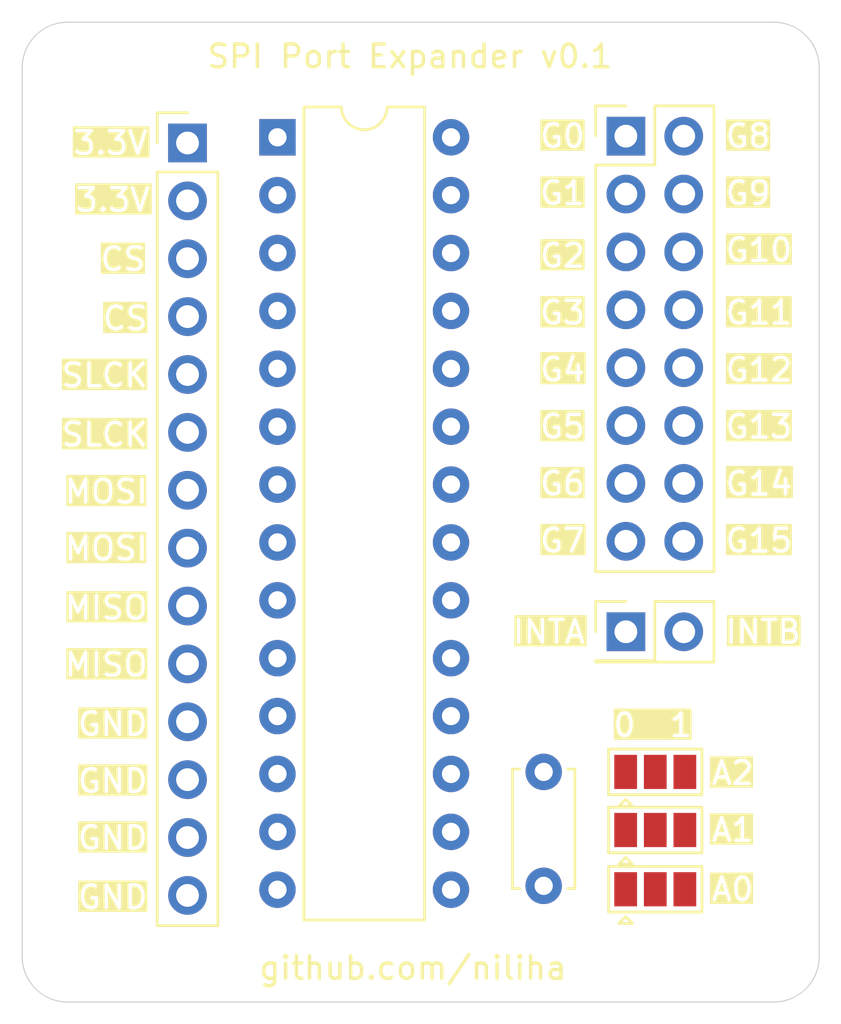
<source format=kicad_pcb>
(kicad_pcb (version 20221018) (generator pcbnew)
  (layers (0 "F.Cu" signal) (31 "B.Cu" signal) (34 "B.Paste" user) (35 "F.Paste" user) (36 "B.SilkS" user "B.Silkscreen") (37 "F.SilkS" user "F.Silkscreen") (38 "B.Mask" user) (39 "F.Mask" user) (44 "Edge.Cuts" user))
  (net 0 "")
  (net 1 "+3.3V")
  (net 2 "GND")
  (net 3 "CS")
  (net 4 "SLCK")
  (net 5 "MOSI")
  (net 6 "MISO")
  (net 7 "G0")
  (net 8 "G1")
  (net 9 "G2")
  (net 10 "G3")
  (net 11 "G4")
  (net 12 "G5")
  (net 13 "G6")
  (net 14 "G7")
  (net 15 "G8")
  (net 16 "G9")
  (net 17 "G10")
  (net 18 "G11")
  (net 19 "G12")
  (net 20 "G13")
  (net 21 "G14")
  (net 22 "G15")
  (net 23 "INTA")
  (net 24 "INTB")
  (net 25 "A2")
  (net 26 "A1")
  (net 27 "A0")
  (footprint "MountingHole:MountingHole_2.7mm_M2.5" (layer "F.Cu") (at 113 92)
    (fp_text reference "H3" hide)
    (fp_text value "MountingHole" hide)
    (pad "" np_thru_hole circle (at 0 0) (size 2.7 2.7) (drill 2.7) (layers "*.Cu" "*.Mask"))
  )
  (footprint "MountingHole:MountingHole_2.7mm_M2.5" (layer "F.Cu") (at 82 92)
    (fp_text reference "H4" hide)
    (fp_text value "MountingHole" hide)
    (pad "" np_thru_hole circle (at 0 0) (size 2.7 2.7) (drill 2.7) (layers "*.Cu" "*.Mask"))
  )
  (footprint "Connector_PinHeader_2.54mm:PinHeader_2x08_P2.54mm_Vertical" (layer "F.Cu") (at 106.51 56)
    (fp_text reference "J4" hide)
    (fp_text value "Conn_02x08_Odd_Even" hide)
    (fp_line (start -1.33 -1.33) (end 0 -1.33) (stroke (width 0.12)) (layer "F.SilkS"))
    (fp_line (start -1.33 0) (end -1.33 -1.33) (stroke (width 0.12)) (layer "F.SilkS"))
    (fp_line (start -1.33 1.27) (end -1.33 19.11) (stroke (width 0.12)) (layer "F.SilkS"))
    (fp_line (start -1.33 1.27) (end 1.27 1.27) (stroke (width 0.12)) (layer "F.SilkS"))
    (fp_line (start -1.33 19.11) (end 3.87 19.11) (stroke (width 0.12)) (layer "F.SilkS"))
    (fp_line (start 1.27 -1.33) (end 3.87 -1.33) (stroke (width 0.12)) (layer "F.SilkS"))
    (fp_line (start 1.27 1.27) (end 1.27 -1.33) (stroke (width 0.12)) (layer "F.SilkS"))
    (fp_line (start 3.87 -1.33) (end 3.87 19.11) (stroke (width 0.12)) (layer "F.SilkS"))
    (pad "1" thru_hole rect (at 0 0) (size 1.7 1.7) (drill 1) (layers "*.Cu" "*.Mask") (net 7 "G0"))
    (pad "2" thru_hole oval (at 2.54 0) (size 1.7 1.7) (drill 1) (layers "*.Cu" "*.Mask") (net 15 "G8"))
    (pad "3" thru_hole oval (at 0 2.54) (size 1.7 1.7) (drill 1) (layers "*.Cu" "*.Mask") (net 8 "G1"))
    (pad "4" thru_hole oval (at 2.54 2.54) (size 1.7 1.7) (drill 1) (layers "*.Cu" "*.Mask") (net 16 "G9"))
    (pad "5" thru_hole oval (at 0 5.08) (size 1.7 1.7) (drill 1) (layers "*.Cu" "*.Mask") (net 9 "G2"))
    (pad "6" thru_hole oval (at 2.54 5.08) (size 1.7 1.7) (drill 1) (layers "*.Cu" "*.Mask") (net 17 "G10"))
    (pad "7" thru_hole oval (at 0 7.62) (size 1.7 1.7) (drill 1) (layers "*.Cu" "*.Mask") (net 10 "G3"))
    (pad "8" thru_hole oval (at 2.54 7.62) (size 1.7 1.7) (drill 1) (layers "*.Cu" "*.Mask") (net 18 "G11"))
    (pad "9" thru_hole oval (at 0 10.16) (size 1.7 1.7) (drill 1) (layers "*.Cu" "*.Mask") (net 11 "G4"))
    (pad "10" thru_hole oval (at 2.54 10.16) (size 1.7 1.7) (drill 1) (layers "*.Cu" "*.Mask") (net 19 "G12"))
    (pad "11" thru_hole oval (at 0 12.7) (size 1.7 1.7) (drill 1) (layers "*.Cu" "*.Mask") (net 12 "G5"))
    (pad "12" thru_hole oval (at 2.54 12.7) (size 1.7 1.7) (drill 1) (layers "*.Cu" "*.Mask") (net 20 "G13"))
    (pad "13" thru_hole oval (at 0 15.24) (size 1.7 1.7) (drill 1) (layers "*.Cu" "*.Mask") (net 13 "G6"))
    (pad "14" thru_hole oval (at 2.54 15.24) (size 1.7 1.7) (drill 1) (layers "*.Cu" "*.Mask") (net 21 "G14"))
    (pad "15" thru_hole oval (at 0 17.78) (size 1.7 1.7) (drill 1) (layers "*.Cu" "*.Mask") (net 14 "G7"))
    (pad "16" thru_hole oval (at 2.54 17.78) (size 1.7 1.7) (drill 1) (layers "*.Cu" "*.Mask") (net 22 "G15"))
  )
  (footprint "Jumper:SolderJumper-3_P1.3mm_Open_Pad1.0x1.5mm" (layer "F.Cu") (at 107.8 83.9)
    (fp_text reference "JP1" hide)
    (fp_text value "SolderJumper_3_Open" hide)
    (fp_line (start -2.05 -1) (end 2.05 -1) (stroke (width 0.12)) (layer "F.SilkS"))
    (fp_line (start -2.05 1) (end -2.05 -1) (stroke (width 0.12)) (layer "F.SilkS"))
    (fp_line (start -1.6 1.5) (end -1 1.5) (stroke (width 0.12)) (layer "F.SilkS"))
    (fp_line (start -1.3 1.2) (end -1.6 1.5) (stroke (width 0.12)) (layer "F.SilkS"))
    (fp_line (start -1.3 1.2) (end -1 1.5) (stroke (width 0.12)) (layer "F.SilkS"))
    (fp_line (start 2.05 -1) (end 2.05 1) (stroke (width 0.12)) (layer "F.SilkS"))
    (fp_line (start 2.05 1) (end -2.05 1) (stroke (width 0.12)) (layer "F.SilkS"))
    (pad "1" smd rect (at -1.3 0) (size 1 1.5) (layers "F.Cu" "F.Mask") (net 2 "GND"))
    (pad "2" smd rect (at 0 0) (size 1 1.5) (layers "F.Cu" "F.Mask") (net 25 "A2"))
    (pad "3" smd rect (at 1.3 0) (size 1 1.5) (layers "F.Cu" "F.Mask") (net 1 "+3.3V"))
  )
  (footprint "Package_DIP:DIP-28_W7.62mm" (layer "F.Cu") (at 91.21 56.05)
    (fp_text reference "U1" hide)
    (fp_text value "MCP23S17_SP" hide)
    (fp_line (start 1.16 -1.33) (end 1.16 34.35) (stroke (width 0.12)) (layer "F.SilkS"))
    (fp_line (start 1.16 34.35) (end 6.46 34.35) (stroke (width 0.12)) (layer "F.SilkS"))
    (fp_line (start 2.81 -1.33) (end 1.16 -1.33) (stroke (width 0.12)) (layer "F.SilkS"))
    (fp_line (start 6.46 -1.33) (end 4.81 -1.33) (stroke (width 0.12)) (layer "F.SilkS"))
    (fp_line (start 6.46 34.35) (end 6.46 -1.33) (stroke (width 0.12)) (layer "F.SilkS"))
    (fp_arc (start 4.81 -1.33) (mid 3.81 -0.33) (end 2.81 -1.33) (stroke (width 0.12)) (layer "F.SilkS"))
    (pad "1" thru_hole rect (at 0 0) (size 1.6 1.6) (drill 0.8) (layers "*.Cu" "*.Mask") (net 15 "G8"))
    (pad "2" thru_hole oval (at 0 2.54) (size 1.6 1.6) (drill 0.8) (layers "*.Cu" "*.Mask") (net 16 "G9"))
    (pad "3" thru_hole oval (at 0 5.08) (size 1.6 1.6) (drill 0.8) (layers "*.Cu" "*.Mask") (net 17 "G10"))
    (pad "4" thru_hole oval (at 0 7.62) (size 1.6 1.6) (drill 0.8) (layers "*.Cu" "*.Mask") (net 18 "G11"))
    (pad "5" thru_hole oval (at 0 10.16) (size 1.6 1.6) (drill 0.8) (layers "*.Cu" "*.Mask") (net 19 "G12"))
    (pad "6" thru_hole oval (at 0 12.7) (size 1.6 1.6) (drill 0.8) (layers "*.Cu" "*.Mask") (net 20 "G13"))
    (pad "7" thru_hole oval (at 0 15.24) (size 1.6 1.6) (drill 0.8) (layers "*.Cu" "*.Mask") (net 21 "G14"))
    (pad "8" thru_hole oval (at 0 17.78) (size 1.6 1.6) (drill 0.8) (layers "*.Cu" "*.Mask") (net 22 "G15"))
    (pad "9" thru_hole oval (at 0 20.32) (size 1.6 1.6) (drill 0.8) (layers "*.Cu" "*.Mask") (net 1 "+3.3V"))
    (pad "10" thru_hole oval (at 0 22.86) (size 1.6 1.6) (drill 0.8) (layers "*.Cu" "*.Mask") (net 2 "GND"))
    (pad "11" thru_hole oval (at 0 25.4) (size 1.6 1.6) (drill 0.8) (layers "*.Cu" "*.Mask") (net 3 "CS"))
    (pad "12" thru_hole oval (at 0 27.94) (size 1.6 1.6) (drill 0.8) (layers "*.Cu" "*.Mask") (net 4 "SLCK"))
    (pad "13" thru_hole oval (at 0 30.48) (size 1.6 1.6) (drill 0.8) (layers "*.Cu" "*.Mask") (net 5 "MOSI"))
    (pad "14" thru_hole oval (at 0 33.02) (size 1.6 1.6) (drill 0.8) (layers "*.Cu" "*.Mask") (net 6 "MISO"))
    (pad "15" thru_hole oval (at 7.62 33.02) (size 1.6 1.6) (drill 0.8) (layers "*.Cu" "*.Mask") (net 27 "A0"))
    (pad "16" thru_hole oval (at 7.62 30.48) (size 1.6 1.6) (drill 0.8) (layers "*.Cu" "*.Mask") (net 26 "A1"))
    (pad "17" thru_hole oval (at 7.62 27.94) (size 1.6 1.6) (drill 0.8) (layers "*.Cu" "*.Mask") (net 25 "A2"))
    (pad "18" thru_hole oval (at 7.62 25.4) (size 1.6 1.6) (drill 0.8) (layers "*.Cu" "*.Mask") (net 1 "+3.3V"))
    (pad "19" thru_hole oval (at 7.62 22.86) (size 1.6 1.6) (drill 0.8) (layers "*.Cu" "*.Mask") (net 24 "INTB"))
    (pad "20" thru_hole oval (at 7.62 20.32) (size 1.6 1.6) (drill 0.8) (layers "*.Cu" "*.Mask") (net 23 "INTA"))
    (pad "21" thru_hole oval (at 7.62 17.78) (size 1.6 1.6) (drill 0.8) (layers "*.Cu" "*.Mask") (net 7 "G0"))
    (pad "22" thru_hole oval (at 7.62 15.24) (size 1.6 1.6) (drill 0.8) (layers "*.Cu" "*.Mask") (net 8 "G1"))
    (pad "23" thru_hole oval (at 7.62 12.7) (size 1.6 1.6) (drill 0.8) (layers "*.Cu" "*.Mask") (net 9 "G2"))
    (pad "24" thru_hole oval (at 7.62 10.16) (size 1.6 1.6) (drill 0.8) (layers "*.Cu" "*.Mask") (net 10 "G3"))
    (pad "25" thru_hole oval (at 7.62 7.62) (size 1.6 1.6) (drill 0.8) (layers "*.Cu" "*.Mask") (net 11 "G4"))
    (pad "26" thru_hole oval (at 7.62 5.08) (size 1.6 1.6) (drill 0.8) (layers "*.Cu" "*.Mask") (net 12 "G5"))
    (pad "27" thru_hole oval (at 7.62 2.54) (size 1.6 1.6) (drill 0.8) (layers "*.Cu" "*.Mask") (net 13 "G6"))
    (pad "28" thru_hole oval (at 7.62 0) (size 1.6 1.6) (drill 0.8) (layers "*.Cu" "*.Mask") (net 14 "G7"))
  )
  (footprint "MountingHole:MountingHole_2.7mm_M2.5" (layer "F.Cu") (at 113 53)
    (fp_text reference "H2" hide)
    (fp_text value "MountingHole" hide)
    (pad "" np_thru_hole circle (at 0 0) (size 2.7 2.7) (drill 2.7) (layers "*.Cu" "*.Mask"))
  )
  (footprint "Connector_PinHeader_2.54mm:PinHeader_1x14_P2.54mm_Vertical" (layer "F.Cu") (at 87.26 56.3)
    (fp_text reference "J1" hide)
    (fp_text value "Conn_01x14_Pin" hide)
    (fp_line (start -1.33 -1.33) (end 0 -1.33) (stroke (width 0.12)) (layer "F.SilkS"))
    (fp_line (start -1.33 0) (end -1.33 -1.33) (stroke (width 0.12)) (layer "F.SilkS"))
    (fp_line (start -1.33 1.27) (end -1.33 34.35) (stroke (width 0.12)) (layer "F.SilkS"))
    (fp_line (start -1.33 1.27) (end 1.33 1.27) (stroke (width 0.12)) (layer "F.SilkS"))
    (fp_line (start -1.33 34.35) (end 1.33 34.35) (stroke (width 0.12)) (layer "F.SilkS"))
    (fp_line (start 1.33 1.27) (end 1.33 34.35) (stroke (width 0.12)) (layer "F.SilkS"))
    (pad "1" thru_hole rect (at 0 0) (size 1.7 1.7) (drill 1) (layers "*.Cu" "*.Mask") (net 1 "+3.3V"))
    (pad "2" thru_hole oval (at 0 2.54) (size 1.7 1.7) (drill 1) (layers "*.Cu" "*.Mask") (net 1 "+3.3V"))
    (pad "3" thru_hole oval (at 0 5.08) (size 1.7 1.7) (drill 1) (layers "*.Cu" "*.Mask") (net 3 "CS"))
    (pad "4" thru_hole oval (at 0 7.62) (size 1.7 1.7) (drill 1) (layers "*.Cu" "*.Mask") (net 3 "CS"))
    (pad "5" thru_hole oval (at 0 10.16) (size 1.7 1.7) (drill 1) (layers "*.Cu" "*.Mask") (net 4 "SLCK"))
    (pad "6" thru_hole oval (at 0 12.7) (size 1.7 1.7) (drill 1) (layers "*.Cu" "*.Mask") (net 4 "SLCK"))
    (pad "7" thru_hole oval (at 0 15.24) (size 1.7 1.7) (drill 1) (layers "*.Cu" "*.Mask") (net 5 "MOSI"))
    (pad "8" thru_hole oval (at 0 17.78) (size 1.7 1.7) (drill 1) (layers "*.Cu" "*.Mask") (net 5 "MOSI"))
    (pad "9" thru_hole oval (at 0 20.32) (size 1.7 1.7) (drill 1) (layers "*.Cu" "*.Mask") (net 6 "MISO"))
    (pad "10" thru_hole oval (at 0 22.86) (size 1.7 1.7) (drill 1) (layers "*.Cu" "*.Mask") (net 6 "MISO"))
    (pad "11" thru_hole oval (at 0 25.4) (size 1.7 1.7) (drill 1) (layers "*.Cu" "*.Mask") (net 2 "GND"))
    (pad "12" thru_hole oval (at 0 27.94) (size 1.7 1.7) (drill 1) (layers "*.Cu" "*.Mask") (net 2 "GND"))
    (pad "13" thru_hole oval (at 0 30.48) (size 1.7 1.7) (drill 1) (layers "*.Cu" "*.Mask") (net 2 "GND"))
    (pad "14" thru_hole oval (at 0 33.02) (size 1.7 1.7) (drill 1) (layers "*.Cu" "*.Mask") (net 2 "GND"))
  )
  (footprint "MountingHole:MountingHole_2.7mm_M2.5" (layer "F.Cu") (at 82 53)
    (fp_text reference "H1" hide)
    (fp_text value "MountingHole" hide)
    (pad "" np_thru_hole circle (at 0 0) (size 2.7 2.7) (drill 2.7) (layers "*.Cu" "*.Mask"))
  )
  (footprint "Connector_PinHeader_2.54mm:PinHeader_2x01_P2.54mm_Vertical" (layer "F.Cu") (at 106.51 77.75)
    (fp_text reference "J3" hide)
    (fp_text value "Conn_02x01" hide)
    (fp_line (start -1.33 -1.33) (end 0 -1.33) (stroke (width 0.12)) (layer "F.SilkS"))
    (fp_line (start -1.33 0) (end -1.33 -1.33) (stroke (width 0.12)) (layer "F.SilkS"))
    (fp_line (start -1.33 1.27) (end -1.33 1.33) (stroke (width 0.12)) (layer "F.SilkS"))
    (fp_line (start -1.33 1.27) (end 1.27 1.27) (stroke (width 0.12)) (layer "F.SilkS"))
    (fp_line (start -1.33 1.33) (end 3.87 1.33) (stroke (width 0.12)) (layer "F.SilkS"))
    (fp_line (start 1.27 -1.33) (end 3.87 -1.33) (stroke (width 0.12)) (layer "F.SilkS"))
    (fp_line (start 1.27 1.27) (end 1.27 -1.33) (stroke (width 0.12)) (layer "F.SilkS"))
    (fp_line (start 3.87 -1.33) (end 3.87 1.33) (stroke (width 0.12)) (layer "F.SilkS"))
    (pad "1" thru_hole rect (at 0 0) (size 1.7 1.7) (drill 1) (layers "*.Cu" "*.Mask") (net 23 "INTA"))
    (pad "2" thru_hole oval (at 2.54 0) (size 1.7 1.7) (drill 1) (layers "*.Cu" "*.Mask") (net 24 "INTB"))
  )
  (footprint "Jumper:SolderJumper-3_P1.3mm_Open_Pad1.0x1.5mm" (layer "F.Cu") (at 107.8 86.45)
    (fp_text reference "JP2" hide)
    (fp_text value "SolderJumper_3_Open" hide)
    (fp_line (start -2.05 -1) (end 2.05 -1) (stroke (width 0.12)) (layer "F.SilkS"))
    (fp_line (start -2.05 1) (end -2.05 -1) (stroke (width 0.12)) (layer "F.SilkS"))
    (fp_line (start -1.6 1.5) (end -1 1.5) (stroke (width 0.12)) (layer "F.SilkS"))
    (fp_line (start -1.3 1.2) (end -1.6 1.5) (stroke (width 0.12)) (layer "F.SilkS"))
    (fp_line (start -1.3 1.2) (end -1 1.5) (stroke (width 0.12)) (layer "F.SilkS"))
    (fp_line (start 2.05 -1) (end 2.05 1) (stroke (width 0.12)) (layer "F.SilkS"))
    (fp_line (start 2.05 1) (end -2.05 1) (stroke (width 0.12)) (layer "F.SilkS"))
    (pad "1" smd rect (at -1.3 0) (size 1 1.5) (layers "F.Cu" "F.Mask") (net 2 "GND"))
    (pad "2" smd rect (at 0 0) (size 1 1.5) (layers "F.Cu" "F.Mask") (net 26 "A1"))
    (pad "3" smd rect (at 1.3 0) (size 1 1.5) (layers "F.Cu" "F.Mask") (net 1 "+3.3V"))
  )
  (footprint "Jumper:SolderJumper-3_P1.3mm_Open_Pad1.0x1.5mm" (layer "F.Cu") (at 107.8 89.05)
    (fp_text reference "JP3" hide)
    (fp_text value "SolderJumper_3_Open" hide)
    (fp_line (start -2.05 -1) (end 2.05 -1) (stroke (width 0.12)) (layer "F.SilkS"))
    (fp_line (start -2.05 1) (end -2.05 -1) (stroke (width 0.12)) (layer "F.SilkS"))
    (fp_line (start -1.6 1.5) (end -1 1.5) (stroke (width 0.12)) (layer "F.SilkS"))
    (fp_line (start -1.3 1.2) (end -1.6 1.5) (stroke (width 0.12)) (layer "F.SilkS"))
    (fp_line (start -1.3 1.2) (end -1 1.5) (stroke (width 0.12)) (layer "F.SilkS"))
    (fp_line (start 2.05 -1) (end 2.05 1) (stroke (width 0.12)) (layer "F.SilkS"))
    (fp_line (start 2.05 1) (end -2.05 1) (stroke (width 0.12)) (layer "F.SilkS"))
    (pad "1" smd rect (at -1.3 0) (size 1 1.5) (layers "F.Cu" "F.Mask") (net 2 "GND"))
    (pad "2" smd rect (at 0 0) (size 1 1.5) (layers "F.Cu" "F.Mask") (net 27 "A0"))
    (pad "3" smd rect (at 1.3 0) (size 1 1.5) (layers "F.Cu" "F.Mask") (net 1 "+3.3V"))
  )
  (footprint "Capacitor_THT:C_Disc_D5.0mm_W2.5mm_P5.00mm" (layer "F.Cu") (at 102.9 83.9 -90)
    (fp_text reference "C1" hide)
    (fp_text value "0.1uF" hide)
    (fp_line (start -0.12 -1.37) (end -0.12 -1.055) (stroke (width 0.12)) (layer "F.SilkS"))
    (fp_line (start -0.12 -1.37) (end 5.12 -1.37) (stroke (width 0.12)) (layer "F.SilkS"))
    (fp_line (start -0.12 1.055) (end -0.12 1.37) (stroke (width 0.12)) (layer "F.SilkS"))
    (fp_line (start -0.12 1.37) (end 5.12 1.37) (stroke (width 0.12)) (layer "F.SilkS"))
    (fp_line (start 5.12 -1.37) (end 5.12 -1.055) (stroke (width 0.12)) (layer "F.SilkS"))
    (fp_line (start 5.12 1.055) (end 5.12 1.37) (stroke (width 0.12)) (layer "F.SilkS"))
    (pad "1" thru_hole circle (at 0 0 270) (size 1.6 1.6) (drill 0.8) (layers "*.Cu" "*.Mask") (net 1 "+3.3V"))
    (pad "2" thru_hole circle (at 5 0 270) (size 1.6 1.6) (drill 0.8) (layers "*.Cu" "*.Mask") (net 2 "GND"))
  )
  (gr_line (start 80 53) (end 80 92) (stroke (width 0.05)) (layer "Edge.Cuts"))
  (gr_line (start 115 92) (end 115 53) (stroke (width 0.05)) (layer "Edge.Cuts"))
  (gr_line (start 82 94) (end 113 94) (stroke (width 0.05)) (layer "Edge.Cuts"))
  (gr_arc (start 115 92) (mid 114.414214 93.414214) (end 113 94) (stroke (width 0.05)) (layer "Edge.Cuts"))
  (gr_arc (start 113 51) (mid 114.414214 51.585786) (end 115 53) (stroke (width 0.05)) (layer "Edge.Cuts"))
  (gr_line (start 113 51) (end 82 51) (stroke (width 0.05)) (layer "Edge.Cuts"))
  (gr_arc (start 80 53) (mid 80.585786 51.585786) (end 82 51) (stroke (width 0.05)) (layer "Edge.Cuts"))
  (gr_arc (start 82 94) (mid 80.585786 93.414214) (end 80 92) (stroke (width 0.05)) (layer "Edge.Cuts"))
  (gr_text "G4" (at 104.8 66.25) (layer "F.SilkS" knockout) (effects (font (size 1 1)) (justify right)))
  (gr_text "A2" (at 112.2 83.95) (layer "F.SilkS" knockout) (effects (font (size 1 1)) (justify right)))
  (gr_text "SLCK" (at 85.6 69.1) (layer "F.SilkS" knockout) (effects (font (size 1 1)) (justify right)))
  (gr_text "INTA" (at 104.8 77.75) (layer "F.SilkS" knockout) (effects (font (size 1 1)) (justify right)))
  (gr_text "A0" (at 112.2 89.05) (layer "F.SilkS" knockout) (effects (font (size 1 1)) (justify right)))
  (gr_text "G1" (at 104.8 58.5) (layer "F.SilkS" knockout) (effects (font (size 1 1)) (justify right)))
  (gr_text "SLCK" (at 85.6 66.5) (layer "F.SilkS" knockout) (effects (font (size 1 1)) (justify right)))
  (gr_text "SPI Port Expander v0.1" (at 106 52.5) (layer "F.SilkS") (effects (font (size 1 1)) (justify right)))
  (gr_text "3.3V" (at 85.7 58.8) (layer "F.SilkS" knockout) (effects (font (size 1 1)) (justify right)))
  (gr_text "G5" (at 104.8 68.75) (layer "F.SilkS" knockout) (effects (font (size 1 1)) (justify right)))
  (gr_text "G3" (at 104.8 63.75) (layer "F.SilkS" knockout) (effects (font (size 1 1)) (justify right)))
  (gr_text "G2" (at 104.8 61.25) (layer "F.SilkS" knockout) (effects (font (size 1 1)) (justify right)))
  (gr_text "G12" (at 110.8 66.25) (layer "F.SilkS" knockout) (effects (font (size 1 1)) (justify left)))
  (gr_text "G6" (at 104.8 71.25) (layer "F.SilkS" knockout) (effects (font (size 1 1)) (justify right)))
  (gr_text "G8 " (at 110.8 56) (layer "F.SilkS" knockout) (effects (font (size 1 1)) (justify left)))
  (gr_text "MOSI" (at 85.6 71.6) (layer "F.SilkS" knockout) (effects (font (size 1 1)) (justify right)))
  (gr_text "G15" (at 110.8 73.75) (layer "F.SilkS" knockout) (effects (font (size 1 1)) (justify left)))
  (gr_text "G9" (at 110.8 58.5) (layer "F.SilkS" knockout) (effects (font (size 1 1)) (justify left)))
  (gr_text "A1" (at 112.2 86.45) (layer "F.SilkS" knockout) (effects (font (size 1 1)) (justify right)))
  (gr_text "GND" (at 85.6 84.3) (layer "F.SilkS" knockout) (effects (font (size 1 1)) (justify right)))
  (gr_text "G10" (at 110.8 61) (layer "F.SilkS" knockout) (effects (font (size 1 1)) (justify left)))
  (gr_text "CS" (at 85.5 61.4) (layer "F.SilkS" knockout) (effects (font (size 1 1)) (justify right)))
  (gr_text "GND" (at 85.6 89.4) (layer "F.SilkS" knockout) (effects (font (size 1 1)) (justify right)))
  (gr_text "G11" (at 110.8 63.75) (layer "F.SilkS" knockout) (effects (font (size 1 1)) (justify left)))
  (gr_text "MISO" (at 85.6 79.2) (layer "F.SilkS" knockout) (effects (font (size 1 1)) (justify right)))
  (gr_text "G14" (at 110.8 71.25) (layer "F.SilkS" knockout) (effects (font (size 1 1)) (justify left)))
  (gr_text "G0" (at 104.8 56) (layer "F.SilkS" knockout) (effects (font (size 1 1)) (justify right)))
  (gr_text "0  1" (at 109.5 81.85) (layer "F.SilkS" knockout) (effects (font (size 1 1)) (justify right)))
  (gr_text "G13" (at 110.8 68.75) (layer "F.SilkS" knockout) (effects (font (size 1 1)) (justify left)))
  (gr_text "GND" (at 85.6 81.8) (layer "F.SilkS" knockout) (effects (font (size 1 1)) (justify right)))
  (gr_text "MISO" (at 85.6 76.7) (layer "F.SilkS" knockout) (effects (font (size 1 1)) (justify right)))
  (gr_text "MOSI" (at 85.6 74.1) (layer "F.SilkS" knockout) (effects (font (size 1 1)) (justify right)))
  (gr_text "GND" (at 85.6 86.8) (layer "F.SilkS" knockout) (effects (font (size 1 1)) (justify right)))
  (gr_text "3.3V" (at 85.6 56.3) (layer "F.SilkS" knockout) (effects (font (size 1 1)) (justify right)))
  (gr_text "G7" (at 104.8 73.75) (layer "F.SilkS" knockout) (effects (font (size 1 1)) (justify right)))
  (gr_text "INTB" (at 110.8 77.75) (layer "F.SilkS" knockout) (effects (font (size 1 1)) (justify left)))
  (gr_text "github.com/niliha" (at 104 92.5) (layer "F.SilkS") (effects (font (size 1 1)) (justify right)))
  (gr_text "CS" (at 85.6 64) (layer "F.SilkS" knockout) (effects (font (size 1 1)) (justify right)))
)
</source>
